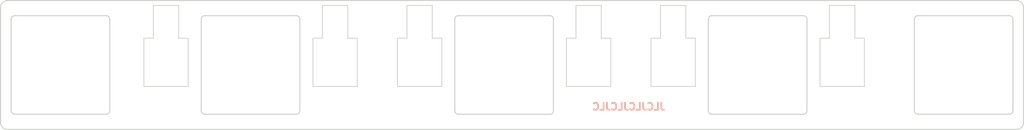
<source format=kicad_pcb>
(kicad_pcb (version 20221018) (generator pcbnew)
  (title_block (title "u2supportshim") (rev "v1.0.0") (company "Unknown"))
  (layers (0 "F.Cu" signal) (31 "B.Cu" signal) (34 "B.Paste" user) (35 "F.Paste" user) (36 "B.SilkS" user "B.Silkscreen") (37 "F.SilkS" user "F.Silkscreen") (38 "B.Mask" user) (39 "F.Mask" user) (44 "Edge.Cuts" user))
  (net 0 "")
  (footprint "Choc-2u-cutout" (layer "F.Cu") (at 214.5 172.25)
    (fp_text reference "" (at 0 0) (layer "F.SilkS") (effects (font (size 1.27 1.27))))
    (fp_text value "" (at 0 0) (layer "F.SilkS") (effects (font (size 1.27 1.27))))
    (fp_line (start -15.15 -3.8) (end -13.8 -3.8) (stroke (width 0.12)) (layer "Edge.Cuts"))
    (fp_line (start -15.15 3.05) (end -15.15 -3.8) (stroke (width 0.12)) (layer "Edge.Cuts"))
    (fp_line (start -15.15 3.05) (end -8.85 3.05) (stroke (width 0.12)) (layer "Edge.Cuts"))
    (fp_line (start -13.8 -8.45) (end -13.8 -3.8) (stroke (width 0.12)) (layer "Edge.Cuts"))
    (fp_line (start -13.8 -8.45) (end -10.2 -8.45) (stroke (width 0.12)) (layer "Edge.Cuts"))
    (fp_line (start -10.2 -8.45) (end -10.2 -3.8) (stroke (width 0.12)) (layer "Edge.Cuts"))
    (fp_line (start -10.2 -3.8) (end -8.85 -3.8) (stroke (width 0.12)) (layer "Edge.Cuts"))
    (fp_line (start -8.85 3.05) (end -8.85 -3.8) (stroke (width 0.12)) (layer "Edge.Cuts"))
    (fp_line (start 8.85 -3.8) (end 10.2 -3.8) (stroke (width 0.12)) (layer "Edge.Cuts"))
    (fp_line (start 8.85 3.05) (end 8.85 -3.8) (stroke (width 0.12)) (layer "Edge.Cuts"))
    (fp_line (start 8.85 3.05) (end 15.15 3.05) (stroke (width 0.12)) (layer "Edge.Cuts"))
    (fp_line (start 10.2 -8.45) (end 10.2 -3.8) (stroke (width 0.12)) (layer "Edge.Cuts"))
    (fp_line (start 10.2 -8.45) (end 13.8 -8.45) (stroke (width 0.12)) (layer "Edge.Cuts"))
    (fp_line (start 13.8 -8.45) (end 13.8 -3.8) (stroke (width 0.12)) (layer "Edge.Cuts"))
    (fp_line (start 13.8 -3.8) (end 15.15 -3.8) (stroke (width 0.12)) (layer "Edge.Cuts"))
    (fp_line (start 15.15 3.05) (end 15.15 -3.8) (stroke (width 0.12)) (layer "Edge.Cuts"))
  )
  (footprint "Choc-2u-cutout" (layer "F.Cu") (at 178.5 172.25)
    (fp_text reference "" (at 0 0) (layer "F.SilkS") (effects (font (size 1.27 1.27))))
    (fp_text value "" (at 0 0) (layer "F.SilkS") (effects (font (size 1.27 1.27))))
    (fp_line (start -15.15 -3.8) (end -13.8 -3.8) (stroke (width 0.12)) (layer "Edge.Cuts"))
    (fp_line (start -15.15 3.05) (end -15.15 -3.8) (stroke (width 0.12)) (layer "Edge.Cuts"))
    (fp_line (start -15.15 3.05) (end -8.85 3.05) (stroke (width 0.12)) (layer "Edge.Cuts"))
    (fp_line (start -13.8 -8.45) (end -13.8 -3.8) (stroke (width 0.12)) (layer "Edge.Cuts"))
    (fp_line (start -13.8 -8.45) (end -10.2 -8.45) (stroke (width 0.12)) (layer "Edge.Cuts"))
    (fp_line (start -10.2 -8.45) (end -10.2 -3.8) (stroke (width 0.12)) (layer "Edge.Cuts"))
    (fp_line (start -10.2 -3.8) (end -8.85 -3.8) (stroke (width 0.12)) (layer "Edge.Cuts"))
    (fp_line (start -8.85 3.05) (end -8.85 -3.8) (stroke (width 0.12)) (layer "Edge.Cuts"))
    (fp_line (start 8.85 -3.8) (end 10.2 -3.8) (stroke (width 0.12)) (layer "Edge.Cuts"))
    (fp_line (start 8.85 3.05) (end 8.85 -3.8) (stroke (width 0.12)) (layer "Edge.Cuts"))
    (fp_line (start 8.85 3.05) (end 15.15 3.05) (stroke (width 0.12)) (layer "Edge.Cuts"))
    (fp_line (start 10.2 -8.45) (end 10.2 -3.8) (stroke (width 0.12)) (layer "Edge.Cuts"))
    (fp_line (start 10.2 -8.45) (end 13.8 -8.45) (stroke (width 0.12)) (layer "Edge.Cuts"))
    (fp_line (start 13.8 -8.45) (end 13.8 -3.8) (stroke (width 0.12)) (layer "Edge.Cuts"))
    (fp_line (start 13.8 -3.8) (end 15.15 -3.8) (stroke (width 0.12)) (layer "Edge.Cuts"))
    (fp_line (start 15.15 3.05) (end 15.15 -3.8) (stroke (width 0.12)) (layer "Edge.Cuts"))
  )
  (footprint "Choc-2u-cutout" (layer "F.Cu") (at 142.5 172.25)
    (fp_text reference "" (at 0 0) (layer "F.SilkS") (effects (font (size 1.27 1.27))))
    (fp_text value "" (at 0 0) (layer "F.SilkS") (effects (font (size 1.27 1.27))))
    (fp_line (start -15.15 -3.8) (end -13.8 -3.8) (stroke (width 0.12)) (layer "Edge.Cuts"))
    (fp_line (start -15.15 3.05) (end -15.15 -3.8) (stroke (width 0.12)) (layer "Edge.Cuts"))
    (fp_line (start -15.15 3.05) (end -8.85 3.05) (stroke (width 0.12)) (layer "Edge.Cuts"))
    (fp_line (start -13.8 -8.45) (end -13.8 -3.8) (stroke (width 0.12)) (layer "Edge.Cuts"))
    (fp_line (start -13.8 -8.45) (end -10.2 -8.45) (stroke (width 0.12)) (layer "Edge.Cuts"))
    (fp_line (start -10.2 -8.45) (end -10.2 -3.8) (stroke (width 0.12)) (layer "Edge.Cuts"))
    (fp_line (start -10.2 -3.8) (end -8.85 -3.8) (stroke (width 0.12)) (layer "Edge.Cuts"))
    (fp_line (start -8.85 3.05) (end -8.85 -3.8) (stroke (width 0.12)) (layer "Edge.Cuts"))
    (fp_line (start 8.85 -3.8) (end 10.2 -3.8) (stroke (width 0.12)) (layer "Edge.Cuts"))
    (fp_line (start 8.85 3.05) (end 8.85 -3.8) (stroke (width 0.12)) (layer "Edge.Cuts"))
    (fp_line (start 8.85 3.05) (end 15.15 3.05) (stroke (width 0.12)) (layer "Edge.Cuts"))
    (fp_line (start 10.2 -8.45) (end 10.2 -3.8) (stroke (width 0.12)) (layer "Edge.Cuts"))
    (fp_line (start 10.2 -8.45) (end 13.8 -8.45) (stroke (width 0.12)) (layer "Edge.Cuts"))
    (fp_line (start 13.8 -8.45) (end 13.8 -3.8) (stroke (width 0.12)) (layer "Edge.Cuts"))
    (fp_line (start 13.8 -3.8) (end 15.15 -3.8) (stroke (width 0.12)) (layer "Edge.Cuts"))
    (fp_line (start 15.15 3.05) (end 15.15 -3.8) (stroke (width 0.12)) (layer "Edge.Cuts"))
  )
  (gr_arc (start 250.75 178.75) (mid 250.603553 179.103553) (end 250.25 179.25) (stroke (width 0.15)) (layer "Edge.Cuts"))
  (gr_line (start 221.5 178.75) (end 221.5 165.75) (stroke (width 0.15)) (layer "Edge.Cuts"))
  (gr_line (start 208 179.25) (end 221 179.25) (stroke (width 0.15)) (layer "Edge.Cuts"))
  (gr_arc (start 109 179.25) (mid 108.646447 179.103553) (end 108.5 178.75) (stroke (width 0.15)) (layer "Edge.Cuts"))
  (gr_line (start 250.25 165.25) (end 237.25 165.25) (stroke (width 0.15)) (layer "Edge.Cuts"))
  (gr_line (start 108.5 165.75) (end 108.5 178.75) (stroke (width 0.15)) (layer "Edge.Cuts"))
  (gr_arc (start 122.5 178.75) (mid 122.353553 179.103553) (end 122 179.25) (stroke (width 0.15)) (layer "Edge.Cuts"))
  (gr_line (start 108 181.4) (end 251.25 181.4) (stroke (width 0.15)) (layer "Edge.Cuts"))
  (gr_arc (start 185 165.25) (mid 185.353553 165.396447) (end 185.5 165.75) (stroke (width 0.15)) (layer "Edge.Cuts"))
  (gr_line (start 250.75 178.75) (end 250.75 165.75) (stroke (width 0.15)) (layer "Edge.Cuts"))
  (gr_line (start 107 164.1) (end 107 180.4) (stroke (width 0.15)) (layer "Edge.Cuts"))
  (gr_arc (start 149.5 178.75) (mid 149.353553 179.103553) (end 149 179.25) (stroke (width 0.15)) (layer "Edge.Cuts"))
  (gr_arc (start 171.5 165.75) (mid 171.646447 165.396447) (end 172 165.25) (stroke (width 0.15)) (layer "Edge.Cuts"))
  (gr_line (start 237.25 179.25) (end 250.25 179.25) (stroke (width 0.15)) (layer "Edge.Cuts"))
  (gr_line (start 109 179.25) (end 122 179.25) (stroke (width 0.15)) (layer "Edge.Cuts"))
  (gr_line (start 236.75 165.75) (end 236.75 178.75) (stroke (width 0.15)) (layer "Edge.Cuts"))
  (gr_arc (start 236.75 165.75) (mid 236.896447 165.396447) (end 237.25 165.25) (stroke (width 0.15)) (layer "Edge.Cuts"))
  (gr_line (start 251.25 163.1) (end 108 163.1) (stroke (width 0.15)) (layer "Edge.Cuts"))
  (gr_line (start 122.5 178.75) (end 122.5 165.75) (stroke (width 0.15)) (layer "Edge.Cuts"))
  (gr_arc (start 135.5 165.75) (mid 135.646447 165.396447) (end 136 165.25) (stroke (width 0.15)) (layer "Edge.Cuts"))
  (gr_arc (start 252.25 180.4) (mid 251.957107 181.107107) (end 251.25 181.4) (stroke (width 0.15)) (layer "Edge.Cuts"))
  (gr_line (start 185 165.25) (end 172 165.25) (stroke (width 0.15)) (layer "Edge.Cuts"))
  (gr_arc (start 237.25 179.25) (mid 236.896447 179.103553) (end 236.75 178.75) (stroke (width 0.15)) (layer "Edge.Cuts"))
  (gr_arc (start 172 179.25) (mid 171.646447 179.103553) (end 171.5 178.75) (stroke (width 0.15)) (layer "Edge.Cuts"))
  (gr_line (start 171.5 165.75) (end 171.5 178.75) (stroke (width 0.15)) (layer "Edge.Cuts"))
  (gr_arc (start 107 164.1) (mid 107.292893 163.392893) (end 108 163.1) (stroke (width 0.15)) (layer "Edge.Cuts"))
  (gr_arc (start 122 165.25) (mid 122.353553 165.396447) (end 122.5 165.75) (stroke (width 0.15)) (layer "Edge.Cuts"))
  (gr_line (start 122 165.25) (end 109 165.25) (stroke (width 0.15)) (layer "Edge.Cuts"))
  (gr_line (start 221 165.25) (end 208 165.25) (stroke (width 0.15)) (layer "Edge.Cuts"))
  (gr_arc (start 208 179.25) (mid 207.646447 179.103553) (end 207.5 178.75) (stroke (width 0.15)) (layer "Edge.Cuts"))
  (gr_arc (start 221.5 178.75) (mid 221.353553 179.103553) (end 221 179.25) (stroke (width 0.15)) (layer "Edge.Cuts"))
  (gr_arc (start 251.25 163.1) (mid 251.957107 163.392893) (end 252.25 164.1) (stroke (width 0.15)) (layer "Edge.Cuts"))
  (gr_line (start 252.25 180.4) (end 252.25 164.1) (stroke (width 0.15)) (layer "Edge.Cuts"))
  (gr_line (start 136 179.25) (end 149 179.25) (stroke (width 0.15)) (layer "Edge.Cuts"))
  (gr_line (start 207.5 165.75) (end 207.5 178.75) (stroke (width 0.15)) (layer "Edge.Cuts"))
  (gr_arc (start 250.25 165.25) (mid 250.603553 165.396447) (end 250.75 165.75) (stroke (width 0.15)) (layer "Edge.Cuts"))
  (gr_line (start 172 179.25) (end 185 179.25) (stroke (width 0.15)) (layer "Edge.Cuts"))
  (gr_arc (start 136 179.25) (mid 135.646447 179.103553) (end 135.5 178.75) (stroke (width 0.15)) (layer "Edge.Cuts"))
  (gr_arc (start 149 165.25) (mid 149.353553 165.396447) (end 149.5 165.75) (stroke (width 0.15)) (layer "Edge.Cuts"))
  (gr_line (start 149 165.25) (end 136 165.25) (stroke (width 0.15)) (layer "Edge.Cuts"))
  (gr_line (start 135.5 165.75) (end 135.5 178.75) (stroke (width 0.15)) (layer "Edge.Cuts"))
  (gr_arc (start 207.5 165.75) (mid 207.646447 165.396447) (end 208 165.25) (stroke (width 0.15)) (layer "Edge.Cuts"))
  (gr_arc (start 108 181.4) (mid 107.292893 181.107107) (end 107 180.4) (stroke (width 0.15)) (layer "Edge.Cuts"))
  (gr_line (start 185.5 178.75) (end 185.5 165.75) (stroke (width 0.15)) (layer "Edge.Cuts"))
  (gr_arc (start 221 165.25) (mid 221.353553 165.396447) (end 221.5 165.75) (stroke (width 0.15)) (layer "Edge.Cuts"))
  (gr_arc (start 108.5 165.75) (mid 108.646447 165.396447) (end 109 165.25) (stroke (width 0.15)) (layer "Edge.Cuts"))
  (gr_arc (start 185.5 178.75) (mid 185.353553 179.103553) (end 185 179.25) (stroke (width 0.15)) (layer "Edge.Cuts"))
  (gr_line (start 149.5 178.75) (end 149.5 165.75) (stroke (width 0.15)) (layer "Edge.Cuts"))
  (gr_text "JLCJLCJLCJLC" (at 201.5 178.75) (layer "B.SilkS") (effects (font (size 1 1) (thickness 0.25) bold) (justify left bottom mirror)))
)
</source>
